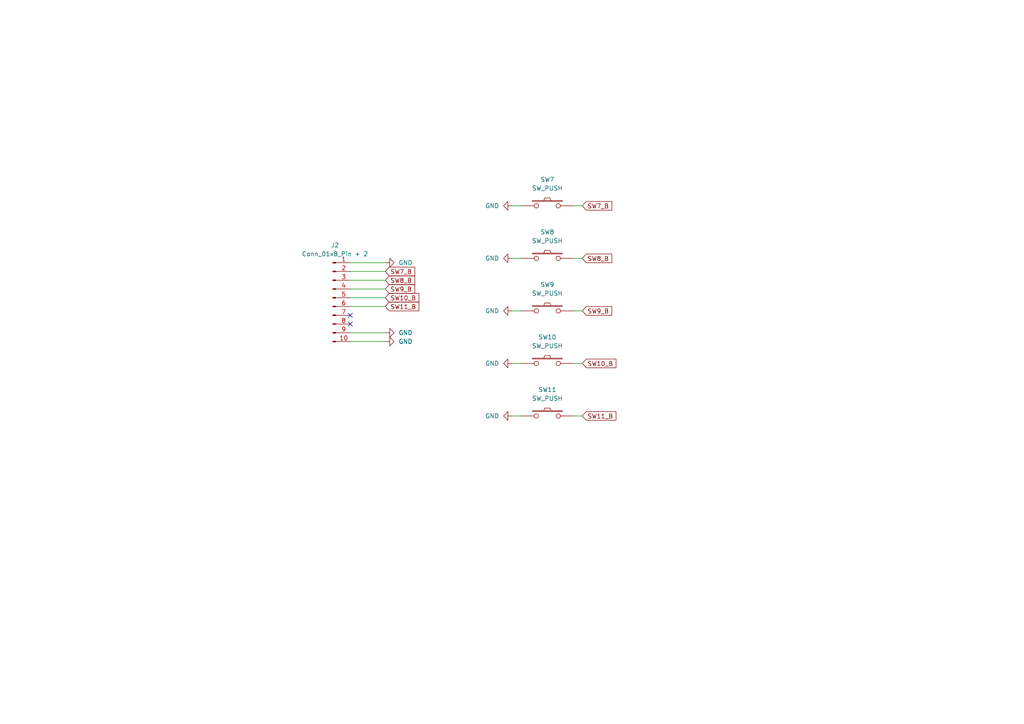
<source format=kicad_sch>
(kicad_sch (version 20230121) (generator eeschema)
  (paper "A4")
  (lib_symbols
    (symbol "Connector:Conn_01x10_Pin" (pin_names (offset 1.016) hide)
      (property "Reference" "J" (at 0 12.7 0))
      (property "Value" "Conn_01x10_Pin" (at 0 -15.24 0))
      (symbol "Conn_01x10_Pin_1_1"
        (polyline (pts (xy 1.27 -12.7) (xy 0.8636 -12.7)) (stroke (width 0.1524)))
        (polyline (pts (xy 1.27 -10.16) (xy 0.8636 -10.16)) (stroke (width 0.1524)))
        (polyline (pts (xy 1.27 -7.62) (xy 0.8636 -7.62)) (stroke (width 0.1524)))
        (polyline (pts (xy 1.27 -5.08) (xy 0.8636 -5.08)) (stroke (width 0.1524)))
        (polyline (pts (xy 1.27 -2.54) (xy 0.8636 -2.54)) (stroke (width 0.1524)))
        (polyline (pts (xy 1.27 0) (xy 0.8636 0)) (stroke (width 0.1524)))
        (polyline (pts (xy 1.27 2.54) (xy 0.8636 2.54)) (stroke (width 0.1524)))
        (polyline (pts (xy 1.27 5.08) (xy 0.8636 5.08)) (stroke (width 0.1524)))
        (polyline (pts (xy 1.27 7.62) (xy 0.8636 7.62)) (stroke (width 0.1524)))
        (polyline (pts (xy 1.27 10.16) (xy 0.8636 10.16)) (stroke (width 0.1524)))
        (rectangle (start 0.8636 -12.573) (end 0 -12.827) (stroke (width 0.1524)) (fill (type outline)))
        (rectangle (start 0.8636 -10.033) (end 0 -10.287) (stroke (width 0.1524)) (fill (type outline)))
        (rectangle (start 0.8636 -7.493) (end 0 -7.747) (stroke (width 0.1524)) (fill (type outline)))
        (rectangle (start 0.8636 -4.953) (end 0 -5.207) (stroke (width 0.1524)) (fill (type outline)))
        (rectangle (start 0.8636 -2.413) (end 0 -2.667) (stroke (width 0.1524)) (fill (type outline)))
        (rectangle (start 0.8636 0.127) (end 0 -0.127) (stroke (width 0.1524)) (fill (type outline)))
        (rectangle (start 0.8636 2.667) (end 0 2.413) (stroke (width 0.1524)) (fill (type outline)))
        (rectangle (start 0.8636 5.207) (end 0 4.953) (stroke (width 0.1524)) (fill (type outline)))
        (rectangle (start 0.8636 7.747) (end 0 7.493) (stroke (width 0.1524)) (fill (type outline)))
        (rectangle (start 0.8636 10.287) (end 0 10.033) (stroke (width 0.1524)) (fill (type outline)))
        (pin passive line (at 5.08 10.16 180) (length 3.81) (name "Pin_1") (number "1"))
        (pin passive line (at 5.08 -12.7 180) (length 3.81) (name "Pin_10") (number "10"))
        (pin passive line (at 5.08 7.62 180) (length 3.81) (name "Pin_2") (number "2"))
        (pin passive line (at 5.08 5.08 180) (length 3.81) (name "Pin_3") (number "3"))
        (pin passive line (at 5.08 2.54 180) (length 3.81) (name "Pin_4") (number "4"))
        (pin passive line (at 5.08 0 180) (length 3.81) (name "Pin_5") (number "5"))
        (pin passive line (at 5.08 -2.54 180) (length 3.81) (name "Pin_6") (number "6"))
        (pin passive line (at 5.08 -5.08 180) (length 3.81) (name "Pin_7") (number "7"))
        (pin passive line (at 5.08 -7.62 180) (length 3.81) (name "Pin_8") (number "8"))
        (pin passive line (at 5.08 -10.16 180) (length 3.81) (name "Pin_9") (number "9"))
      )
    )
    (symbol "kbd:SW_PUSH" (pin_numbers hide) (pin_names (offset 1.016) hide)
      (property "Reference" "SW" (at 3.81 2.794 0))
      (property "Value" "SW_PUSH" (at 0 -2.032 0))
      (symbol "SW_PUSH_0_1"
        (rectangle (start -4.318 1.27) (end 4.318 1.524))
        (polyline (pts (xy -1.016 1.524) (xy -0.762 2.286) (xy 0.762 2.286) (xy 1.016 1.524)))
        (pin passive inverted (at -7.62 0 0) (length 5.08) (name "1") (number "1"))
        (pin passive inverted (at 7.62 0 180) (length 5.08) (name "2") (number "2"))
      )
    )
    (symbol "power:GND" (power) (pin_names (offset 0))
      (property "Value" "GND" (at 0 -3.81 0))
      (symbol "GND_0_1"
        (polyline (pts (xy 0 0) (xy 0 -1.27) (xy 1.27 -1.27) (xy 0 -2.54) (xy -1.27 -1.27) (xy 0 -1.27)))
      )
      (symbol "GND_1_1"
        (pin power_in line (at 0 0 270) (length 0) hide (name "GND") (number "1"))
      )
    )
  )
  (no_connect (at 101.6 91.44))
  (no_connect (at 101.6 93.98))
  (wire (pts (xy 166.37 105.41) (xy 168.91 105.41)))
  (wire (pts (xy 148.59 59.69) (xy 151.13 59.69)))
  (wire (pts (xy 101.6 78.74) (xy 111.76 78.74)))
  (wire (pts (xy 166.37 90.17) (xy 168.91 90.17)))
  (wire (pts (xy 101.6 88.9) (xy 111.76 88.9)))
  (wire (pts (xy 101.6 99.06) (xy 111.76 99.06)))
  (wire (pts (xy 101.6 86.36) (xy 111.76 86.36)))
  (wire (pts (xy 101.6 96.52) (xy 111.76 96.52)))
  (wire (pts (xy 166.37 74.93) (xy 168.91 74.93)))
  (wire (pts (xy 101.6 81.28) (xy 111.76 81.28)))
  (wire (pts (xy 148.59 74.93) (xy 151.13 74.93)))
  (wire (pts (xy 101.6 83.82) (xy 111.76 83.82)))
  (wire (pts (xy 166.37 59.69) (xy 168.91 59.69)))
  (wire (pts (xy 101.6 76.2) (xy 111.76 76.2)))
  (wire (pts (xy 148.59 120.65) (xy 151.13 120.65)))
  (wire (pts (xy 148.59 105.41) (xy 151.13 105.41)))
  (wire (pts (xy 148.59 90.17) (xy 151.13 90.17)))
  (wire (pts (xy 166.37 120.65) (xy 168.91 120.65)))
  (global_label "SW11_B" (shape input) (at 168.91 120.65 0) (property "Intersheetrefs" "${INTERSHEET_REFS}" (effects hide)))
  (global_label "SW9_B" (shape input) (at 111.76 83.82 0) (property "Intersheetrefs" "${INTERSHEET_REFS}" (effects hide)))
  (global_label "SW8_B" (shape input) (at 168.91 74.93 0) (property "Intersheetrefs" "${INTERSHEET_REFS}" (effects hide)))
  (global_label "SW11_B" (shape input) (at 111.76 88.9 0) (property "Intersheetrefs" "${INTERSHEET_REFS}" (effects hide)))
  (global_label "SW10_B" (shape input) (at 168.91 105.41 0) (property "Intersheetrefs" "${INTERSHEET_REFS}" (effects hide)))
  (global_label "SW9_B" (shape input) (at 168.91 90.17 0) (property "Intersheetrefs" "${INTERSHEET_REFS}" (effects hide)))
  (global_label "SW10_B" (shape input) (at 111.76 86.36 0) (property "Intersheetrefs" "${INTERSHEET_REFS}" (effects hide)))
  (global_label "SW7_B" (shape input) (at 111.76 78.74 0) (property "Intersheetrefs" "${INTERSHEET_REFS}" (effects hide)))
  (global_label "SW8_B" (shape input) (at 111.76 81.28 0) (property "Intersheetrefs" "${INTERSHEET_REFS}" (effects hide)))
  (global_label "SW7_B" (shape input) (at 168.91 59.69 0) (property "Intersheetrefs" "${INTERSHEET_REFS}" (effects hide)))
  (symbol (lib_id "kbd:SW_PUSH") (at 158.75 90.17 0) (unit 1)
    (property "Reference" "SW9" (at 158.75 82.55 0))
    (property "Value" "SW_PUSH" (at 158.75 85.09 0))
    (property "Footprint" "0:SW-TH_L6.2-W6.2-P5.00" (effects hide))
    (property "LCSC" "C400268" (effects hide))
  )
  (symbol (lib_id "power:GND") (at 148.59 74.93 270) (unit 1)
    (property "Reference" "#PWR033" (effects hide))
    (property "Value" "GND" (at 144.78 74.93 90) (effects (justify right)))
  )
  (symbol (lib_id "kbd:SW_PUSH") (at 158.75 74.93 0) (unit 1)
    (property "Reference" "SW8" (at 158.75 67.31 0))
    (property "Value" "SW_PUSH" (at 158.75 69.85 0))
    (property "Footprint" "0:SW-TH_L6.2-W6.2-P5.00" (effects hide))
    (property "LCSC" "C400268" (effects hide))
  )
  (symbol (lib_id "kbd:SW_PUSH") (at 158.75 59.69 0) (unit 1)
    (property "Reference" "SW7" (at 158.75 52.07 0))
    (property "Value" "SW_PUSH" (at 158.75 54.61 0))
    (property "Footprint" "0:SW-TH_L6.2-W6.2-P5.00" (effects hide))
    (property "LCSC" "C400268" (effects hide))
  )
  (symbol (lib_id "power:GND") (at 148.59 120.65 270) (unit 1)
    (property "Reference" "#PWR048" (effects hide))
    (property "Value" "GND" (at 144.78 120.65 90) (effects (justify right)))
  )
  (symbol (lib_id "power:GND") (at 111.76 76.2 90) (mirror x) (unit 1)
    (property "Reference" "#PWR07" (effects hide))
    (property "Value" "GND" (at 115.57 76.2 90) (effects (justify right)))
  )
  (symbol (lib_id "Connector:Conn_01x10_Pin") (at 96.52 86.36 0) (unit 1)
    (property "Reference" "J2" (at 97.155 71.12 0))
    (property "Value" "Conn_01x8_Pin + 2" (at 97.155 73.66 0))
    (property "Footprint" "0:FFCｺﾈｸﾀ_FPC-SMD_P0.50-8P_FGS-XJ-H2.0" (effects hide))
    (property "LCSC" "C262264" (effects hide))
  )
  (symbol (lib_id "power:GND") (at 148.59 105.41 270) (unit 1)
    (property "Reference" "#PWR047" (effects hide))
    (property "Value" "GND" (at 144.78 105.41 90) (effects (justify right)))
  )
  (symbol (lib_id "power:GND") (at 148.59 59.69 270) (unit 1)
    (property "Reference" "#PWR032" (effects hide))
    (property "Value" "GND" (at 144.78 59.69 90) (effects (justify right)))
  )
  (symbol (lib_id "power:GND") (at 111.76 99.06 90) (mirror x) (unit 1)
    (property "Reference" "#PWR030" (effects hide))
    (property "Value" "GND" (at 115.57 99.06 90) (effects (justify right)))
  )
  (symbol (lib_id "power:GND") (at 148.59 90.17 270) (unit 1)
    (property "Reference" "#PWR035" (effects hide))
    (property "Value" "GND" (at 144.78 90.17 90) (effects (justify right)))
  )
  (symbol (lib_id "kbd:SW_PUSH") (at 158.75 105.41 0) (unit 1)
    (property "Reference" "SW10" (at 158.75 97.79 0))
    (property "Value" "SW_PUSH" (at 158.75 100.33 0))
    (property "Footprint" "0:SW-TH_L6.2-W6.2-P5.00" (effects hide))
    (property "LCSC" "C400268" (effects hide))
  )
  (symbol (lib_id "kbd:SW_PUSH") (at 158.75 120.65 0) (unit 1)
    (property "Reference" "SW11" (at 158.75 113.03 0))
    (property "Value" "SW_PUSH" (at 158.75 115.57 0))
    (property "Footprint" "0:SW-TH_L6.2-W6.2-P5.00" (effects hide))
    (property "LCSC" "C400268" (effects hide))
  )
  (symbol (lib_id "power:GND") (at 111.76 96.52 90) (mirror x) (unit 1)
    (property "Reference" "#PWR027" (effects hide))
    (property "Value" "GND" (at 115.57 96.52 90) (effects (justify right)))
  )
)
</source>
